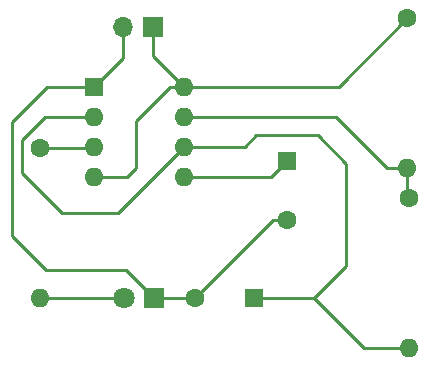
<source format=gbr>
%TF.GenerationSoftware,KiCad,Pcbnew,(6.0.7)*%
%TF.CreationDate,2023-09-09T12:04:14+08:00*%
%TF.ProjectId,Milling test pcb,4d696c6c-696e-4672-9074-657374207063,rev?*%
%TF.SameCoordinates,Original*%
%TF.FileFunction,Copper,L1,Top*%
%TF.FilePolarity,Positive*%
%FSLAX46Y46*%
G04 Gerber Fmt 4.6, Leading zero omitted, Abs format (unit mm)*
G04 Created by KiCad (PCBNEW (6.0.7)) date 2023-09-09 12:04:14*
%MOMM*%
%LPD*%
G01*
G04 APERTURE LIST*
%TA.AperFunction,ComponentPad*%
%ADD10R,1.600000X1.600000*%
%TD*%
%TA.AperFunction,ComponentPad*%
%ADD11O,1.600000X1.600000*%
%TD*%
%TA.AperFunction,ComponentPad*%
%ADD12C,1.600000*%
%TD*%
%TA.AperFunction,ComponentPad*%
%ADD13R,1.700000X1.700000*%
%TD*%
%TA.AperFunction,ComponentPad*%
%ADD14O,1.700000X1.700000*%
%TD*%
%TA.AperFunction,ComponentPad*%
%ADD15R,1.800000X1.800000*%
%TD*%
%TA.AperFunction,ComponentPad*%
%ADD16C,1.800000*%
%TD*%
%TA.AperFunction,Conductor*%
%ADD17C,0.250000*%
%TD*%
G04 APERTURE END LIST*
D10*
%TO.P,U1,1,GND*%
%TO.N,GND*%
X112600000Y-70600000D03*
D11*
%TO.P,U1,2,TR*%
%TO.N,/THR*%
X112600000Y-73140000D03*
%TO.P,U1,3,Q*%
%TO.N,/out*%
X112600000Y-75680000D03*
%TO.P,U1,4,R*%
%TO.N,+5V*%
X112600000Y-78220000D03*
%TO.P,U1,5,CV*%
%TO.N,Net-(C1-Pad1)*%
X120220000Y-78220000D03*
%TO.P,U1,6,THR*%
%TO.N,/THR*%
X120220000Y-75680000D03*
%TO.P,U1,7,DIS*%
%TO.N,/dis*%
X120220000Y-73140000D03*
%TO.P,U1,8,VCC*%
%TO.N,+5V*%
X120220000Y-70600000D03*
%TD*%
D12*
%TO.P,R3,1*%
%TO.N,/dis*%
X139200000Y-80000000D03*
D11*
%TO.P,R3,2*%
%TO.N,/THR*%
X139200000Y-92700000D03*
%TD*%
D12*
%TO.P,R2,1*%
%TO.N,+5V*%
X139100000Y-64800000D03*
D11*
%TO.P,R2,2*%
%TO.N,/dis*%
X139100000Y-77500000D03*
%TD*%
D12*
%TO.P,R1,1*%
%TO.N,/out*%
X108000000Y-75750000D03*
D11*
%TO.P,R1,2*%
%TO.N,Net-(D1-Pad2)*%
X108000000Y-88450000D03*
%TD*%
D13*
%TO.P,J1,1,Pin_1*%
%TO.N,+5V*%
X117575000Y-65500000D03*
D14*
%TO.P,J1,2,Pin_2*%
%TO.N,GND*%
X115035000Y-65500000D03*
%TD*%
D15*
%TO.P,D1,1,K*%
%TO.N,GND*%
X117675000Y-88500000D03*
D16*
%TO.P,D1,2,A*%
%TO.N,Net-(D1-Pad2)*%
X115135000Y-88500000D03*
%TD*%
D10*
%TO.P,C2,1*%
%TO.N,/THR*%
X126102651Y-88500000D03*
D12*
%TO.P,C2,2*%
%TO.N,GND*%
X121102651Y-88500000D03*
%TD*%
D10*
%TO.P,C1,1*%
%TO.N,Net-(C1-Pad1)*%
X128900000Y-76897349D03*
D12*
%TO.P,C1,2*%
%TO.N,GND*%
X128900000Y-81897349D03*
%TD*%
D17*
%TO.N,GND*%
X108600000Y-70600000D02*
X112600000Y-70600000D01*
X105600000Y-73600000D02*
X108600000Y-70600000D01*
X105600000Y-83200000D02*
X105600000Y-73600000D01*
X108500000Y-86100000D02*
X105600000Y-83200000D01*
X117675000Y-88500000D02*
X115275000Y-86100000D01*
X115275000Y-86100000D02*
X108500000Y-86100000D01*
%TO.N,/THR*%
X106500000Y-75100000D02*
X108460000Y-73140000D01*
X106500000Y-77900000D02*
X106500000Y-75100000D01*
X109900000Y-81300000D02*
X106500000Y-77900000D01*
X108460000Y-73140000D02*
X112600000Y-73140000D01*
X114600000Y-81300000D02*
X109900000Y-81300000D01*
X120220000Y-75680000D02*
X114600000Y-81300000D01*
%TO.N,+5V*%
X116100000Y-73500000D02*
X116100000Y-77500000D01*
X119000000Y-70600000D02*
X116100000Y-73500000D01*
X120220000Y-70600000D02*
X119000000Y-70600000D01*
X116100000Y-77500000D02*
X115380000Y-78220000D01*
X115380000Y-78220000D02*
X112600000Y-78220000D01*
X133300000Y-70600000D02*
X139100000Y-64800000D01*
X120220000Y-70600000D02*
X133300000Y-70600000D01*
%TO.N,/THR*%
X133900000Y-77100000D02*
X133900000Y-85800000D01*
X131500000Y-74700000D02*
X133900000Y-77100000D01*
X125320000Y-75680000D02*
X126300000Y-74700000D01*
X126300000Y-74700000D02*
X131500000Y-74700000D01*
X133900000Y-85800000D02*
X131200000Y-88500000D01*
X120220000Y-75680000D02*
X125320000Y-75680000D01*
X131200000Y-88500000D02*
X126102651Y-88500000D01*
X135400000Y-92700000D02*
X131200000Y-88500000D01*
X139200000Y-92700000D02*
X135400000Y-92700000D01*
%TO.N,/dis*%
X137400000Y-77500000D02*
X133040000Y-73140000D01*
X133040000Y-73140000D02*
X120220000Y-73140000D01*
X139100000Y-77500000D02*
X137400000Y-77500000D01*
X139100000Y-79900000D02*
X139200000Y-80000000D01*
X139100000Y-77500000D02*
X139100000Y-79900000D01*
%TO.N,+5V*%
X117575000Y-67955000D02*
X120220000Y-70600000D01*
X117575000Y-65500000D02*
X117575000Y-67955000D01*
%TO.N,GND*%
X115035000Y-68165000D02*
X112600000Y-70600000D01*
X115035000Y-65500000D02*
X115035000Y-68165000D01*
%TO.N,/out*%
X112530000Y-75750000D02*
X112600000Y-75680000D01*
X108000000Y-75750000D02*
X112530000Y-75750000D01*
%TO.N,Net-(D1-Pad2)*%
X115135000Y-88500000D02*
X108050000Y-88500000D01*
X108050000Y-88500000D02*
X108000000Y-88450000D01*
%TO.N,GND*%
X121102651Y-88500000D02*
X117675000Y-88500000D01*
X127705302Y-81897349D02*
X121102651Y-88500000D01*
X128900000Y-81897349D02*
X127705302Y-81897349D01*
%TO.N,Net-(C1-Pad1)*%
X120220000Y-78220000D02*
X127577349Y-78220000D01*
X127577349Y-78220000D02*
X128900000Y-76897349D01*
%TD*%
M02*

</source>
